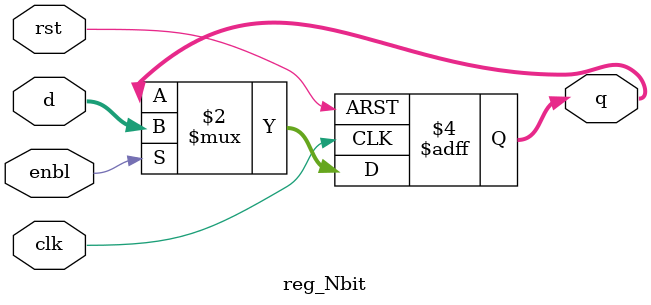
<source format=v>
`timescale 1ns / 1ps


module reg_Nbit#(parameter WIDTH = 32) (
    input clk,                  // clock
    input rst,                  // reset
    input enbl,                 // enable/disable
    input [WIDTH-1:0] d,
    output reg [WIDTH-1:0] q
);
    
    always @(posedge clk or posedge rst) begin
        if (rst)
            q <= 0; //reset the register to 0
        else if (enbl)
            q <= d; //sotre the value of d when enabled
    end
    
endmodule

</source>
